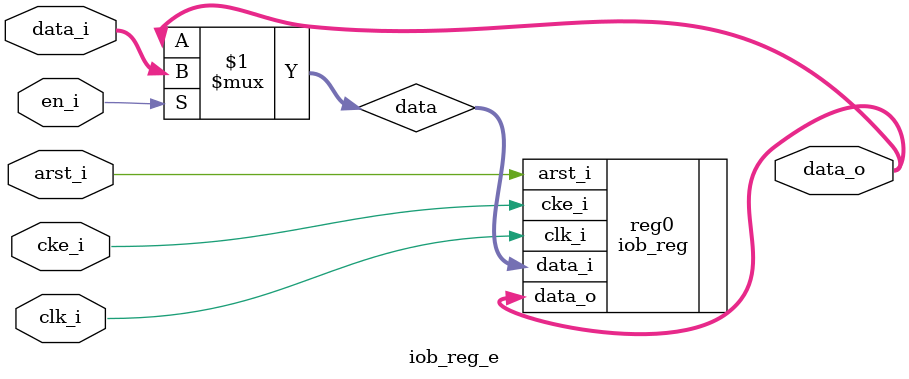
<source format=v>
`timescale 1ns / 1ps

module iob_reg_e
  #(
    parameter DATA_W = 21,
    parameter RST_VAL = {DATA_W{1'b0}}
  )
  (
    input               clk_i,
    input               arst_i,
    input               cke_i,

    input               en_i,

    input [DATA_W-1:0]  data_i,
    output [DATA_W-1:0] data_o
    );

    wire [DATA_W-1:0]    data;
    assign data = en_i? data_i: data_o;

    iob_reg #(DATA_W, RST_VAL) reg0
      (
      .clk_i(clk_i),
      .arst_i(arst_i),
      .cke_i(cke_i),

      .data_i(data),
      .data_o(data_o)
    );

endmodule

</source>
